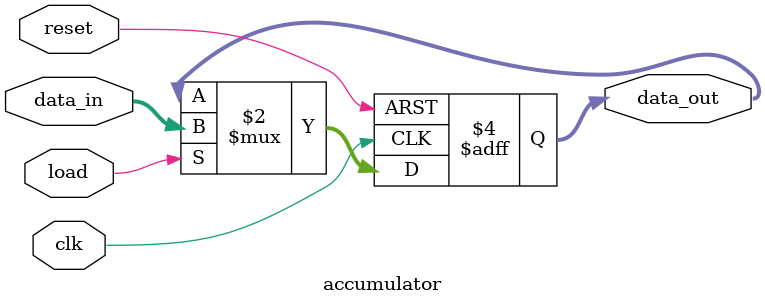
<source format=v>
`timescale 1ns / 1ps
module accumulator (
    input clk,
    input reset,
    input load,
    input [7:0] data_in,
    output reg [7:0] data_out
);

always @(posedge clk or posedge reset) begin
    if (reset)
        data_out <= 8'b0;
    else if (load)
        data_out <= data_in;
end

endmodule

</source>
